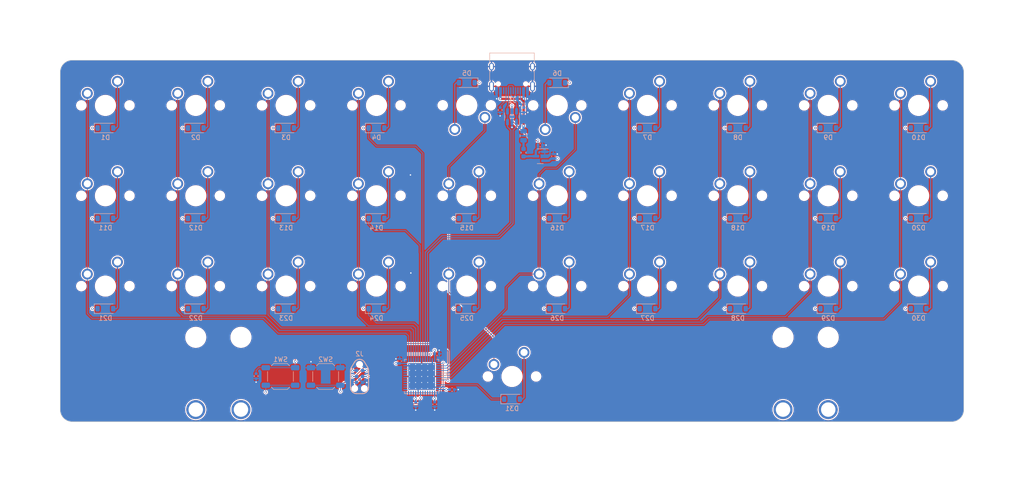
<source format=kicad_pcb>
(kicad_pcb (version 20221018) (generator pcbnew)
  (layers (0 "F.Cu" signal) (1 "In1.Cu" signal) (2 "In2.Cu" signal) (31 "B.Cu" signal) (34 "B.Paste" user) (35 "F.Paste" user) (36 "B.SilkS" user "B.Silkscreen") (37 "F.SilkS" user "F.Silkscreen") (38 "B.Mask" user) (39 "F.Mask" user) (44 "Edge.Cuts" user))
  (net 0 "")
  (net 1 "+3.3V")
  (net 2 "GND")
  (net 3 "/SWD")
  (net 4 "/~{RST}")
  (net 5 "/SWCLK")
  (net 7 "ROW0")
  (net 8 "Net-(D1-A)")
  (net 9 "ROW1")
  (net 10 "Net-(D2-A)")
  (net 11 "ROW2")
  (net 12 "Net-(D3-A)")
  (net 13 "ROW3")
  (net 14 "Net-(D4-A)")
  (net 15 "COLUMN0")
  (net 16 "Net-(D5-A)")
  (net 17 "COLUMN1")
  (net 18 "Net-(D6-A)")
  (net 19 "COLUMN2")
  (net 20 "Net-(D7-A)")
  (net 21 "COLUMN3")
  (net 22 "Net-(D8-A)")
  (net 23 "COLUMN4")
  (net 24 "Net-(D9-A)")
  (net 25 "COLUMN5")
  (net 26 "Net-(D10-A)")
  (net 27 "COLUMN6")
  (net 28 "Net-(D11-A)")
  (net 29 "COLUMN7")
  (net 30 "Net-(D12-A)")
  (net 31 "COLUMN8")
  (net 32 "Net-(D13-A)")
  (net 33 "COLUMN9")
  (net 34 "Net-(D14-A)")
  (net 35 "Net-(D15-A)")
  (net 36 "Net-(D16-A)")
  (net 37 "Net-(D17-A)")
  (net 38 "Net-(D18-A)")
  (net 39 "Net-(D19-A)")
  (net 40 "Net-(D20-A)")
  (net 41 "Net-(D21-A)")
  (net 42 "Net-(D22-A)")
  (net 43 "Net-(D23-A)")
  (net 44 "Net-(D24-A)")
  (net 45 "Net-(D25-A)")
  (net 46 "Net-(D26-A)")
  (net 47 "Net-(D27-A)")
  (net 48 "Net-(D28-A)")
  (net 49 "Net-(D29-A)")
  (net 50 "Net-(D30-A)")
  (net 51 "Net-(D31-A)")
  (net 70 "/D-")
  (net 71 "/D+")
  (net 72 "/BOOT0")
  (net 74 "VBUS")
  (net 75 "Net-(F1-Pad1)")
  (net 76 "Net-(F1-Pad2)")
  (net 77 "Net-(J1-CC1)")
  (net 79 "Net-(J1-CC2)")
  (footprint "PCM_marbastlib-mx:SW_MX_1u" (layer "F.Cu") (at 83.34375 59.53125)
    (fp_text reference "MX1" hide)
    (fp_text value "Key_None" hide)
  )
  (footprint "PCM_marbastlib-mx:SW_MX_1u" (layer "F.Cu") (at 216.69375 97.63125)
    (fp_text reference "MX28" hide)
    (fp_text value "Key_None" hide)
  )
  (footprint "PCM_marbastlib-mx:SW_MX_1u" (layer "F.Cu") (at 121.44375 78.58125)
    (fp_text reference "MX13" hide)
    (fp_text value "Key_None" hide)
  )
  (footprint "PCM_marbastlib-mx:SW_MX_1u" (layer "F.Cu") (at 140.49375 97.63125)
    (fp_text reference "MX24" hide)
    (fp_text value "Key_None" hide)
  )
  (footprint "PCM_marbastlib-mx:SW_MX_1u" (layer "F.Cu") (at 235.74375 59.53125)
    (fp_text reference "MX9" hide)
    (fp_text value "Key_None" hide)
  )
  (footprint "PCM_marbastlib-mx:SW_MX_1u" (layer "F.Cu") (at 102.39375 97.63125)
    (fp_text reference "MX22" hide)
    (fp_text value "Key_None" hide)
  )
  (footprint "PCM_marbastlib-mx:SW_MX_1u" (layer "F.Cu") (at 83.34375 78.58125)
    (fp_text reference "MX11" hide)
    (fp_text value "Key_None" hide)
  )
  (footprint "PCM_marbastlib-mx:SW_MX_1u" (layer "F.Cu") (at 102.39375 78.58125)
    (fp_text reference "MX12" hide)
    (fp_text value "Key_None" hide)
  )
  (footprint "PCM_marbastlib-mx:SW_MX_1u" (layer "F.Cu") (at 216.69375 59.53125)
    (fp_text reference "MX8" hide)
    (fp_text value "Key_None" hide)
  )
  (footprint "PCM_marbastlib-mx:SW_MX_1u" (layer "F.Cu") (at 169.06875 116.68125)
    (fp_text reference "MX31" hide)
    (fp_text value "Key_None" hide)
  )
  (footprint "PCM_marbastlib-mx:SW_MX_1u" (layer "F.Cu") (at 235.74375 78.58125)
    (fp_text reference "MX19" hide)
    (fp_text value "Key_None" hide)
  )
  (footprint "PCM_marbastlib-mx:SW_MX_1u" (layer "F.Cu") (at 159.54375 59.51125 180)
    (fp_text reference "MX5" hide)
    (fp_text value "Key_None" hide)
  )
  (footprint "PCM_marbastlib-mx:SW_MX_1u" (layer "F.Cu") (at 254.79375 59.53125)
    (fp_text reference "MX10" hide)
    (fp_text value "Key_None" hide)
  )
  (footprint "PCM_marbastlib-mx:SW_MX_1u" (layer "F.Cu") (at 216.69375 78.58125)
    (fp_text reference "MX18" hide)
    (fp_text value "Key_None" hide)
  )
  (footprint "PCM_marbastlib-mx:SW_MX_1u" (layer "F.Cu") (at 254.79375 97.63125)
    (fp_text reference "MX30" hide)
    (fp_text value "Key_None" hide)
  )
  (footprint "PCM_marbastlib-mx:SW_MX_1u" (layer "F.Cu") (at 121.44375 97.63125)
    (fp_text reference "MX23" hide)
    (fp_text value "Key_None" hide)
  )
  (footprint "PCM_marbastlib-mx:SW_MX_1u" (layer "F.Cu") (at 140.49375 78.58125)
    (fp_text reference "MX14" hide)
    (fp_text value "Key_None" hide)
  )
  (footprint "PCM_marbastlib-mx:SW_MX_1u" (layer "F.Cu") (at 178.59375 78.58125)
    (fp_text reference "MX16" hide)
    (fp_text value "Key_None" hide)
  )
  (footprint "PCM_marbastlib-mx:STAB_MX_P_10u" (layer "F.Cu") (at 169.06875 116.68125 180)
    (fp_text reference "STAB31" hide)
    (fp_text value "Stab_None")
  )
  (footprint "PCM_marbastlib-mx:SW_MX_1u" (layer "F.Cu") (at 159.54375 97.63125)
    (fp_text reference "MX25" hide)
    (fp_text value "Key_None" hide)
  )
  (footprint "PCM_marbastlib-mx:SW_MX_1u" (layer "F.Cu") (at 235.74375 97.63125)
    (fp_text reference "MX29" hide)
    (fp_text value "Key_None" hide)
  )
  (footprint "PCM_marbastlib-mx:SW_MX_1u" (layer "F.Cu") (at 102.39375 59.53125)
    (fp_text reference "MX2" hide)
    (fp_text value "Key_None" hide)
  )
  (footprint "PCM_marbastlib-mx:SW_MX_1u" (layer "F.Cu") (at 197.64375 59.53125)
    (fp_text reference "MX7" hide)
    (fp_text value "Key_None" hide)
  )
  (footprint "PCM_marbastlib-mx:SW_MX_1u" (layer "F.Cu") (at 254.79375 78.58125)
    (fp_text reference "MX20" hide)
    (fp_text value "Key_None" hide)
  )
  (footprint "PCM_marbastlib-mx:SW_MX_1u" (layer "F.Cu") (at 197.64375 78.58125)
    (fp_text reference "MX17" hide)
    (fp_text value "Key_None" hide)
  )
  (footprint "PCM_marbastlib-mx:SW_MX_1u" (layer "F.Cu") (at 159.54375 78.58125)
    (fp_text reference "MX15" hide)
    (fp_text value "Key_None" hide)
  )
  (footprint "PCM_marbastlib-mx:SW_MX_1u" (layer "F.Cu") (at 83.34375 97.63125)
    (fp_text reference "MX21" hide)
    (fp_text value "Key_None" hide)
  )
  (footprint "PCM_marbastlib-mx:SW_MX_1u" (layer "F.Cu") (at 178.61375 59.53125 180)
    (fp_text reference "MX6" hide)
    (fp_text value "Key_None" hide)
  )
  (footprint "PCM_marbastlib-mx:SW_MX_1u" (layer "F.Cu") (at 197.64375 97.63125)
    (fp_text reference "MX27" hide)
    (fp_text value "Key_None" hide)
  )
  (footprint "PCM_marbastlib-mx:SW_MX_1u" (layer "F.Cu") (at 140.49375 59.53125)
    (fp_text reference "MX4" hide)
    (fp_text value "Key_None" hide)
  )
  (footprint "PCM_marbastlib-mx:SW_MX_1u" (layer "F.Cu") (at 178.59375 97.63125)
    (fp_text reference "MX26" hide)
    (fp_text value "Key_None" hide)
  )
  (footprint "PCM_marbastlib-mx:SW_MX_1u" (layer "F.Cu") (at 121.44375 59.53125)
    (fp_text reference "MX3" hide)
    (fp_text value "Key_None" hide)
  )
  (footprint "Package_DFN_QFN:QFN-48-1EP_7x7mm_P0.5mm_EP5.6x5.6mm_ThermalVias" (layer "B.Cu") (at 150.01875 116.68125 90)
    (fp_text reference "U1")
    (fp_text value "STM32L443CCUx")
  )
  (footprint "Diode_SMD:D_SOD-123" (layer "B.Cu") (at 83.34375 83.34375)
    (fp_text reference "D11")
    (fp_text value "D_Small")
  )
  (footprint "PCM_marbastlib-various:SW_SPST_SKQG_WithStem" (layer "B.Cu") (at 129.778125 116.68125 180)
    (fp_text reference "SW2")
    (fp_text value "SW_Push")
  )
  (footprint "Diode_SMD:D_SOD-123" (layer "B.Cu") (at 254.79375 83.34375)
    (fp_text reference "D20")
    (fp_text value "D_Small")
  )
  (footprint "Diode_SMD:D_SOD-123" (layer "B.Cu") (at 159.54375 83.34375)
    (fp_text reference "D15")
    (fp_text value "D_Small")
  )
  (footprint "Diode_SMD:D_SOD-123" (layer "B.Cu") (at 140.49375 102.39375)
    (fp_text reference "D24")
    (fp_text value "D_Small")
  )
  (footprint "Diode_SMD:D_SOD-123" (layer "B.Cu") (at 178.61375 54.76875 180)
    (fp_text reference "D6")
    (fp_text value "D_Small")
  )
  (footprint "Diode_SMD:D_SOD-123" (layer "B.Cu") (at 83.34375 64.29375)
    (fp_text reference "D1")
    (fp_text value "D_Small")
  )
  (footprint "Diode_SMD:D_SOD-123" (layer "B.Cu") (at 169.06875 121.44375)
    (fp_text reference "D31")
    (fp_text value "D_Small")
  )
  (footprint "Resistor_SMD:R_0402_1005Metric" (layer "B.Cu") (at 166.56875 60.5 -90)
    (fp_text reference "R1" hide)
    (fp_text value "5.1k")
  )
  (footprint "Diode_SMD:D_SOD-123" (layer "B.Cu") (at 235.74375 102.39375)
    (fp_text reference "D29")
    (fp_text value "D_Small")
  )
  (footprint "Diode_SMD:D_SOD-123" (layer "B.Cu") (at 178.59375 83.34375)
    (fp_text reference "D16")
    (fp_text value "D_Small")
  )
  (footprint "PCM_marbastlib-various:SW_SPST_SKQG_WithStem" (layer "B.Cu") (at 120.253125 116.68125 180)
    (fp_text reference "SW1")
    (fp_text value "SW_Push")
  )
  (footprint "Inductor_SMD:L_0603_1608Metric" (layer "B.Cu") (at 171.5 69.5 -90)
    (fp_text reference "FB1" hide)
    (fp_text value "100R @ 100 MHz")
  )
  (footprint "Diode_SMD:D_SOD-123" (layer "B.Cu") (at 102.39375 83.34375)
    (fp_text reference "D12")
    (fp_text value "D_Small")
  )
  (footprint "Diode_SMD:D_SOD-123" (layer "B.Cu") (at 102.39375 102.39375)
    (fp_text reference "D22")
    (fp_text value "D_Small")
  )
  (footprint "Diode_SMD:D_SOD-123" (layer "B.Cu") (at 235.74375 83.34375)
    (fp_text reference "D19")
    (fp_text value "D_Small")
  )
  (footprint "Diode_SMD:D_SOD-123" (layer "B.Cu") (at 254.79375 102.39375)
    (fp_text reference "D30")
    (fp_text value "D_Small")
  )
  (footprint "Diode_SMD:D_SOD-123" (layer "B.Cu") (at 121.44375 102.39375)
    (fp_text reference "D23")
    (fp_text value "D_Small")
  )
  (footprint "Diode_SMD:D_SOD-123" (layer "B.Cu") (at 159.54375 54.74875 180)
    (fp_text reference "D5")
    (fp_text value "D_Small")
  )
  (footprint "Diode_SMD:D_SOD-123" (layer "B.Cu") (at 121.44375 83.34375)
    (fp_text reference "D13")
    (fp_text value "D_Small")
  )
  (footprint "Diode_SMD:D_SOD-123" (layer "B.Cu") (at 197.64375 102.39375)
    (fp_text reference "D27")
    (fp_text value "D_Small")
  )
  (footprint "Diode_SMD:D_SOD-123" (layer "B.Cu") (at 216.69375 83.34375)
    (fp_text reference "D18")
    (fp_text value "D_Small")
  )
  (footprint "Capacitor_SMD:C_0402_1005Metric" (layer "B.Cu") (at 153.24875 111.90625)
    (fp_text reference "C3" hide)
    (fp_text value "4.7u")
  )
  (footprint "Package_TO_SOT_SMD:SOT-23-6" (layer "B.Cu") (at 169.06875 61.9125 90)
    (fp_text reference "U2" hide)
    (fp_text value "USBLC6-2SC6")
  )
  (footprint "Diode_SMD:D_SOD-123" (layer "B.Cu") (at 140.49375 64.29375)
    (fp_text reference "D4")
    (fp_text value "D_Small")
  )
  (footprint "Diode_SMD:D_SOD-123" (layer "B.Cu") (at 159.54375 102.39375)
    (fp_text reference "D25")
    (fp_text value "D_Small")
  )
  (footprint "Diode_SMD:D_SOD-123" (layer "B.Cu") (at 254.79375 64.29375)
    (fp_text reference "D10")
    (fp_text value "D_Small")
  )
  (footprint "Capacitor_SMD:C_0402_1005Metric" (layer "B.Cu") (at 148.76875 122.55625 -90)
    (fp_text reference "C6" hide)
    (fp_text value "100n")
  )
  (footprint "Capacitor_SMD:C_0402_1005Metric" (layer "B.Cu") (at 145.37875 113.44625 90)
    (fp_text reference "C5" hide)
    (fp_text value "100n")
  )
  (footprint "Diode_SMD:D_SOD-123" (layer "B.Cu") (at 140.49375 83.34375)
    (fp_text reference "D14")
    (fp_text value "D_Small")
  )
  (footprint "Package_TO_SOT_SMD:SOT-23" (layer "B.Cu") (at 175.021875 70.246875 180)
    (fp_text reference "U3" hide)
    (fp_text value "AP2127N-3.3")
  )
  (footprint "Capacitor_SMD:C_0402_1005Metric" (layer "B.Cu") (at 152.76875 122.55625 -90)
    (fp_text reference "C7" hide)
    (fp_text value "100n")
  )
  (footprint "Capacitor_SMD:C_0402_1005Metric" (layer "B.Cu") (at 175.01875 67.90625)
    (fp_text reference "C2" hide)
    (fp_text value "1u")
  )
  (footprint "Capacitor_SMD:C_0402_1005Metric" (layer "B.Cu") (at 156.42875 119.43625)
    (fp_text reference "C4" hide)
    (fp_text value "100n")
  )
  (footprint "Diode_SMD:D_SOD-123" (layer "B.Cu") (at 178.59375 102.39375)
    (fp_text reference "D26")
    (fp_text value "D_Small")
  )
  (footprint "Fuse:Fuse_0805_2012Metric" (layer "B.Cu") (at 171.5 65.9375 -90)
    (fp_text reference "F1" hide)
    (fp_text value "500mA")
  )
  (footprint "Diode_SMD:D_SOD-123" (layer "B.Cu") (at 216.69375 64.29375)
    (fp_text reference "D8")
    (fp_text value "D_Small")
  )
  (footprint "Resistor_SMD:R_0402_1005Metric" (layer "B.Cu") (at 115.115625 116.60625 -90)
    (fp_text reference "R3" hide)
    (fp_text value "10k")
  )
  (footprint "Diode_SMD:D_SOD-123" (layer "B.Cu") (at 197.64375 83.34375)
    (fp_text reference "D17")
    (fp_text value "D_Small")
  )
  (footprint "Connector_USB:USB_C_Receptacle_HRO_TYPE-C-31-M-12" (layer "B.Cu") (at 169.06875 52.3875)
    (fp_text reference "J1")
    (fp_text value "USB_C_Receptacle_USB2.0")
  )
  (footprint "Diode_SMD:D_SOD-123" (layer "B.Cu") (at 235.74375 64.29375)
    (fp_text reference "D9")
    (fp_text value "D_Small")
  )
  (footprint "Diode_SMD:D_SOD-123" (layer "B.Cu") (at 197.64375 64.29375)
    (fp_text reference "D7")
    (fp_text value "D_Small")
  )
  (footprint "Capacitor_SMD:C_0402_1005Metric" (layer "B.Cu") (at 177.78875 70.24625 90)
    (fp_text reference "C1" hide)
    (fp_text value "1u")
  )
  (footprint "Diode_SMD:D_SOD-123" (layer "B.Cu") (at 121.44375 64.29375)
    (fp_text reference "D3")
    (fp_text value "D_Small")
  )
  (footprint "Diode_SMD:D_SOD-123" (layer "B.Cu") (at 216.69375 102.39375)
    (fp_text reference "D28")
    (fp_text value "D_Small")
  )
  (footprint "Diode_SMD:D_SOD-123" (layer "B.Cu") (at 83.34375 102.39375)
    (fp_text reference "D21")
    (fp_text value "D_Small")
  )
  (footprint "PCM_marbastlib-various:CON_TC2030_outlined" (layer "B.Cu") (at 136.921875 116.68125 -90)
    (fp_text reference "J2")
    (fp_text value "TC2030_SWD")
  )
  (footprint "Diode_SMD:D_SOD-123" (layer "B.Cu") (at 102.39375 64.29375)
    (fp_text reference "D2")
    (fp_text value "D_Small")
  )
  (footprint "Resistor_SMD:R_0402_1005Metric" (layer "B.Cu") (at 171.56875 60.5 -90)
    (fp_text reference "R2" hide)
    (fp_text value "5.1k")
  )
  (gr_line (start 76.31875 50.00625) (end 261.81875 50.00625) (stroke (width 0.1)) (layer "Edge.Cuts"))
  (gr_line (start 261.81875 126.20625) (end 76.31875 126.20625) (stroke (width 0.1)) (layer "Edge.Cuts"))
  (gr_line (start 264.31875 52.50625) (end 264.31875 123.70625) (stroke (width 0.1)) (layer "Edge.Cuts"))
  (gr_line (start 73.81875 123.70625) (end 73.81875 52.50625) (stroke (width 0.1)) (layer "Edge.Cuts"))
  (gr_arc (start 261.81875 50.00625) (mid 263.586532 50.738468) (end 264.31875 52.50625) (stroke (width 0.1)) (layer "Edge.Cuts"))
  (gr_arc (start 264.31875 123.70625) (mid 263.586517 125.474017) (end 261.81875 126.20625) (stroke (width 0.1)) (layer "Edge.Cuts"))
  (gr_arc (start 73.81875 52.50625) (mid 74.550968 50.738468) (end 76.31875 50.00625) (stroke (width 0.1)) (layer "Edge.Cuts"))
  (gr_arc (start 76.31875 126.20625) (mid 74.550983 125.474017) (end 73.81875 123.70625) (stroke (width 0.1)) (layer "Edge.Cuts"))
  (via (at 155.19875 119.43625) (size 0.5) (drill 0.3) (layers "F.Cu" "B.Cu") (net 1))
  (via (at 152.76875 111.14625) (size 0.5) (drill 0.3) (layers "F.Cu" "B.Cu") (net 1))
  (via (at 117.14875 119.98625) (size 0.5) (drill 0.3) (layers "F.Cu" "B.Cu") (net 1))
  (via (at 148.76875 121.33625) (size 0.5) (drill 0.3) (layers "F.Cu" "B.Cu") (net 1))
  (via (at 178.63875 70.72625) (size 0.5) (drill 0.3) (layers "F.Cu" "B.Cu") (net 1))
  (via (at 152.76875 121.32625) (size 0.5) (drill 0.3) (layers "F.Cu" "B.Cu") (net 1))
  (via (at 138.445625 115.41625) (size 0.5) (drill 0.3) (layers "F.Cu" "B.Cu") (net 1))
  (via (at 144.60875 113.92625) (size 0.5) (drill 0.3) (layers "F.Cu" "B.Cu") (net 1))
  (segment (start 177.78875 70.72625) (end 177.32875 70.72625) (width 0.5) (layer "B.Cu") (net 1))
  (segment (start 155.19875 119.43625) (end 155.94875 119.43625) (width 0.25) (layer "B.Cu") (net 1))
  (segment (start 155.19375 119.43125) (end 153.45625 119.43125) (width 0.25) (layer "B.Cu") (net 1))
  (segment (start 148.76875 122.07625) (end 148.76875 121.33625) (width 0.25) (layer "B.Cu") (net 1))
  (segment (start 137.556875 115.41125) (end 138.440625 115.41125) (width 0.25) (layer "B.Cu") (net 1))
  (segment (start 155.19875 119.43625) (end 155.19375 119.43125) (width 0.25) (layer "B.Cu") (net 1))
  (segment (start 117.153125 118.53125) (end 123.353125 118.53125) (width 0.15) (layer "B.Cu") (net 1))
  (segment (start 177.32875 70.72625) (end 176.858125 71.196875) (width 0.5) (layer "B.Cu") (net 1))
  (segment (start 117.153125 118.53125) (end 117.153125 119.981875) (width 0.15) (layer "B.Cu") (net 1))
  (segment (start 145.37875 113.92625) (end 144.60875 113.92625) (width 0.5) (layer "B.Cu") (net 1))
  (segment (start 148.76875 121.33625) (end 148.76875 120.11875) (width 0.25) (layer "B.Cu") (net 1))
  (segment (start 152.76875 111.90625) (end 152.76875 111.14625) (width 0.25) (layer "B.Cu") (net 1))
  (segment (start 176.858125 71.196875) (end 175.959375 71.196875) (width 0.5) (layer "B.Cu") (net 1))
  (segment (start 146.58125 113.93125) (end 145.38375 113.93125) (width 0.25) (layer "B.Cu") (net 1))
  (segment (start 117.153125 119.981875) (end 117.14875 119.98625) (width 0.15) (layer "B.Cu") (net 1))
  (segment (start 152.76875 113.24375) (end 152.76875 111.90625) (width 0.25) (layer "B.Cu") (net 1))
  (segment (start 145.38375 113.93125) (end 145.37875 113.92625) (width 0.25) (layer "B.Cu") (net 1))
  (segment (start 177.78875 70.72625) (end 178.63875 70.72625) (width 0.5) (layer "B.Cu") (net 1))
  (segment (start 152.76875 122.07625) (end 152.76875 120.11875) (width 0.25) (layer "B.Cu") (net 1))
  (via (at 148.76875 123.77625) (size 0.5) (drill 0.3) (layers "F.Cu" "B.Cu") (net 2))
  (via (at 144.58875 112.96625) (size 0.5) (drill 0.3) (layers "F.Cu" "B.Cu") (net 2))
  (via (at 138.445625 117.95625) (size 0.5) (drill 0.3) (layers "F.Cu" "B.Cu") (net 2))
  (via (at 153.72875 111.14625) (size 0.5) (drill 0.3) (layers "F.Cu" "B.Cu") (net 2))
  (via (at 157.73875 119.43625) (size 0.5) (drill 0.3) (layers "F.Cu" "B.Cu") (net 2))
  (via (at 152.76875 123.76625) (size 0.5) (drill 0.3) (layers "F.Cu" "B.Cu") (net 2))
  (via (at 126.67875 113.57625) (size 0.5) (drill 0.3) (layers "F.Cu" "B.Cu") (net 2))
  (via (at 178.62875 69.77625) (size 0.5) (drill 0.3) (layers "F.Cu" "B.Cu") (net 2))
  (via (at 169.06875 64.15625) (size 0.5) (drill 0.3) (layers "F.Cu" "B.Cu") (net 2))
  (via (at 115.11875 117.87625) (size 0.5) (drill 0.3) (layers "F.Cu" "B.Cu") (net 2))
  (via (at 147.65875 74.19625) (size 0.5) (drill 0.3) (layers "F.Cu" "B.Cu") (net 2))
  (via (at 176.24875 67.89625) (size 0.5) (drill 0.3) (layers "F.Cu" "B.Cu") (net 2))
  (via (at 166.56875 61.73625) (size 0.5) (drill 0.3) (layers "F.Cu" "B.Cu") (net 2))
  (via (at 172.40875 61.00625) (size 0.5) (drill 0.3) (layers "F.Cu" "B.Cu") (net 2))
  (via (at 170.68875 59.59625) (size 0.5) (drill 0.3) (layers "F.Cu" "B.Cu") (net 2))
  (via (at 147.73875 94.86625) (size 0.5) (drill 0.3) (layers "F.Cu" "B.Cu") (net 2))
  (via (at 172.31875 58.13625) (size 0.5) (drill 0.3) (layers "F.Cu" "B.Cu") (net 2))
  (via (at 165.82875 58.13625) (size 0.5) (drill 0.3) (layers "F.Cu" "B.Cu") (net 2))
  (segment (start 152.26875 114.43125) (end 150.01875 116.68125) (width 0.25) (layer "B.Cu") (net 2))
  (segment (start 175.49875 68.37625) (end 175.49875 67.90625) (width 0.5) (layer "B.Cu") (net 2))
  (segment (start 126.678125 114.83125) (end 126.678125 113.576875) (width 0.15) (layer "B.Cu") (net 2))
  (segment (start 166.56875 61.01) (end 166.56875 61.73625) (width 0.15) (layer "B.Cu") (net 2))
  (segment (start 149.26875 120.11875) (end 149.26875 117.43125) (width 0.25) (layer "B.Cu") (net 2))
  (segment (start 149.26875 117.43125) (end 150.01875 116.68125) (width 0.25) (layer "B.Cu") (net 2))
  (segment (start 152.26875 118.93125) (end 150.01875 116.68125) (width 0.15) (layer "B.Cu") (net 2))
  (segment (start 153.45625 118.93125) (end 152.26875 118.93125) (width 0.15) (layer "B.Cu") (net 2))
  (segment (start 126.678125 113.576875) (end 126.67875 113.57625) (width 0.15) (layer "B.Cu") (net 2))
  (segment (start 115.115625 117.873125) (end 115.11875 117.87625) (width 0.15) (layer "B.Cu") (net 2))
  (segment (start 152.26875 113.24375) (end 152.26875 114.43125) (width 0.25) (layer "B.Cu") (net 2))
  (segment (start 148.76875 123.03625) (end 148.76875 123.77625) (width 0.25) (layer "B.Cu") (net 2))
  (segment (start 172.405 61.01) (end 172.40875 61.00625) (width 0.15) (layer "B.Cu") (net 2))
  (segment (start 175.959375 68.836875) (end 175.49875 68.37625) (width 0.5) (layer "B.Cu") (net 2))
  (segment (start 177.78875 69.76625) (end 178.61875 69.76625) (width 0.5) (layer "B.Cu") (net 2))
  (segment (start 147.76875 114.43125) (end 150.01875 116.68125) (width 0.25) (layer "B.Cu") (net 2))
  (segment (start 175.49875 67.90625) (end 176.23875 67.90625) (width 0.5) (layer "B.Cu") (net 2))
  (segment (start 178.61875 69.76625) (end 178.62875 69.77625) (width 0.5) (layer "B.Cu") (net 2))
  (segment (start 156.90875 119.43625) (end 157.73875 119.43625) (width 0.25) (layer "B.Cu") (net 2))
  (segment (start 126.678125 114.83125) (end 132.878125 114.83125) (width 0.15) (layer "B.Cu") (net 2))
  (segment (start 153.72875 111.90625) (end 153.72875 111.14625) (width 0.25) (layer "B.Cu") (net 2))
  (segment (start 171.56875 61.01) (end 172.405 61.01) (width 0.15) (layer "B.Cu") (net 2))
  (segment (start 165.81875 56.4325) (end 165.81875 58.12625) (width 0.5) (layer "B.Cu") (net 2))
  (segment (start 146.58125 114.43125) (end 147.76875 114.43125) (width 0.25) (layer "B.Cu") (net 2))
  (segment (start 176.23875 67.90625) (end 176.24875 67.89625) (width 0.5) (layer "B.Cu") (net 2))
  (segment (start 115.115625 117.11625) (end 115.115625 117.873125) (width 0.15) (layer "B.Cu") (net 2))
  (segment (start 175.959375 69.296875) (end 175.959375 68.836875) (width 0.5) (layer "B.Cu") (net 2))
  (segment (start 145.37875 112.96625) (end 144.58875 112.96625) (width 0.25) (layer "B.Cu") (net 2))
  (segment (start 172.31875 56.4325) (end 172.31875 58.13625) (width 0.5) (layer "B.Cu") (net 2))
  (segment (start 152.76875 123.03625) (end 152.76875 123.76625) (width 0.25) (layer "B.Cu") (net 2))
  (segment (start 165.81875 58.12625) (end 165.82875 58.13625) (width 0.5) (layer "B.Cu") (net 2))
  (segment (start 137.556875 117.95125) (end 138.440625 117.95125) (width 0.25) (layer "B.Cu") (net 2))
  (segment (start 169.06875 63.05) (end 169.06875 64.15625) (width 0.15) (layer "B.Cu") (net 2))
  (segment (start 151.89875 111.94625) (end 136.78875 111.94625) (width 0.15) (layer "F.Cu") (net 3))
  (segment (start 136.78875 111.94625) (end 135.405625 113.329375) (width 0.15) (layer "F.Cu") (net 3))
  (segment (start 135.405625 113.329375) (end 135.405625 115.41625) (width 0.15) (layer "F.Cu") (net 3))
  (via (at 151.89875 111.94625) (size 0.5) (drill 0.3) (layers "F.Cu" "B.Cu") (net 3))
  (via (at 135.405625 115.41625) (size 0.5) (drill 0.3) (layers "F.Cu" "B.Cu") (net 3))
  (segment (start 151.76875 112.07625) (end 151.89875 111.94625) (width 0.15) (layer "B.Cu") (net 3))
  (segment (start 151.76875 113.24375) (end 151.76875 112.07625) (width 0.15) (layer "B.Cu") (net 3))
  (segment (start 136.286875 115.41125) (end 135.410625 115.41125) (width 0.25) (layer "B.Cu") (net 3))
  (segment (start 133.69875 117.93625) (end 132.87875 118.75625) (width 0.15) (layer "F.Cu") (net 4))
  (segment (start 149.76875 121.21625) (end 149.76875 122.06625) (width 0.15) (layer "F.Cu") (net 4))
  (segment (start 137.49875 116.68625) (end 136.24875 117.93625) (width 0.15) (layer "F.Cu") (net 4))
  (segment (start 138.59875 116.68625) (end 137.49875 116.68625) (width 0.15) (layer "F.Cu") (net 4))
  (segment (start 132.87875 118.75625) (end 132.87875 119.84625) (width 0.15) (layer "F.Cu") (net 4))
  (segment (start 145.60875 122.40625) (end 139.88875 116.68625) (width 0.15) (layer "F.Cu") (net 4))
  (segment (start 136.24875 117.93625) (end 133.69875 117.93625) (width 0.15) (layer "F.Cu") (net 4))
  (segment (start 149.42875 122.40625) (end 145.60875 122.40625) (width 0.15) (layer "F.Cu") (net 4))
  (segment (start 149.76875 122.06625) (end 149.42875 122.40625) (width 0.15) (layer "F.Cu") (net 4))
  (segment (start 139.88875 116.68625) (end 138.59875 116.68625) (width 0.15) (layer "F.Cu") (net 4))
  (via (at 138.59875 116.68625) (size 0.5) (drill 0.3) (layers "F.Cu" "B.Cu") (net 4))
  (via (at 132.87875 119.84625) (size 0.5) (drill 0.3) (layers "F.Cu" "B.Cu") (net 4))
  (via (at 149.76875 121.21625) (size 0.5) (drill 0.3) (layers "F.Cu" "B.Cu") (net 4))
  (segment (start 126.678125 118.53125) (end 132.878125 118.53125) (width 0.15) (layer "B.Cu") (net 4))
  (segment (start 137.556875 116.68125) (end 138.59375 116.68125) (width 0.15) (layer "B.Cu") (net 4))
  (segment (start 138.59375 116.68125) (end 138.59875 116.68625) (width 0.15) (layer "B.Cu") (net 4))
  (segment (start 132.878125 118.53125) (end 132.878125 119.845625) (width 0.15) (layer "B.Cu") (net 4))
  (segment (start 149.76875 120.11875) (end 149.76875 121.21625) (width 0.15) (layer "B.Cu") (net 4))
  (segment (start 132.878125 119.845625) (end 132.87875 119.84625) (width 0.15) (layer "B.Cu") (net 4))
  (segment (start 153.96875 119.26625) (end 153.96875 119.77625) (width 0.15) (layer "F.Cu") (net 5))
  (segment (start 153.60875 120.13625) (end 145.61875 120.13625) (width 0.15) (layer "F.Cu") (net 5))
  (segment (start 145.61875 120.13625) (end 141.14875 115.66625) (width 0.15) (layer "F.Cu") (net 5))
  (segment (start 135.96875 116.67625) (end 135.39875 116.67625) (width 0.15) (layer "F.Cu") (net 5))
  (segment (start 153.96875 119.77625) (end 153.60875 120.13625) (width 0.15) (layer "F.Cu") (net 5))
  (segment (start 154.55875 113.84625) (end 154.55875 118.67625) (width 0.15) (layer "F.Cu") (net 5))
  (segment (start 141.14875 115.66625) (end 141.14875 114.74625) (width 0.15) (layer "F.Cu") (net 5))
  (segment (start 138.71875 113.92625) (end 135.96875 116.67625) (width 0.15) (layer "F.Cu") (net 5))
  (segment (start 141.14875 114.74625) (end 140.32875 113.92625) (width 0.15) (layer "F.Cu") (net 5))
  (segment (start 154.55875 118.67625) (end 153.96875 119.26625) (width 0.15) (layer "F.Cu") (net 5))
  (segment (start 140.32875 113.92625) (end 138.71875 113.92625) (width 0.15) (layer "F.Cu") (net 5))
  (via (at 154.55875 113.84625) (size 0.5) (drill 0.3) (layers "F.Cu" "B.Cu") (net 5))
  (via (at 135.39875 116.67625) (size 0.5) (drill 0.3) (layers "F.Cu" "B.Cu") (net 5))
  (segment (start 154.47375 113.93125) (end 154.55875 113.84625) (width 0.15) (layer "B.Cu") (net 5))
  (segment (start 135.40375 116.68125) (end 135.39875 116.67625) (width 0.15) (layer "B.Cu") (net 5))
  (segment (start 153.45625 113.93125) (end 154.47375 113.93125) (width 0.15) (layer "B.Cu") (net 5))
  (segment (start 136.286875 116.68125) (end 135.40375 116.68125) (width 0.15) (layer "B.Cu") (net 5))
  (via (at 252.03875 64.29625) (size 0.5) (drill 0.3) (layers "F.Cu" "B.Cu") (net 7))
  (via (at 137.73875 64.29625) (size 0.5) (drill 0.3) (layers "F.Cu" "B.Cu") (net 7))
  (via (at 99.63875 64.29625) (size 0.5) (drill 0.3) (layers "F.Cu" "B.Cu") (net 7))
  (via (at 194.88875 64.29625) (size 0.5) (drill 0.3) (layers "F.Cu" "B.Cu") (net 7))
  (via (at 213.93875 64.29625) (size 0.5) (drill 0.3) (layers "F.Cu" "B.Cu") (net 7))
  (via (at 118.68875 64.29625) (size 0.5) (drill 0.3) (layers "F.Cu" "B.Cu") (net 7))
  (via (at 181.22875 54.76625) (size 0.5) (drill 0.3) (layers "F.Cu" "B.Cu") (net 7))
  (via (at 80.58875 64.29625) (size 0.5) (drill 0.3) (layers "F.Cu" "B.Cu") (net 7))
  (via (at 162.16875 54.74625) (size 0.5) (drill 0.3) (layers "F.Cu" "B.Cu") (net 7))
  (via (at 232.98875 64.29625) (size 0.5) (drill 0.3) (layers "F.Cu" "B.Cu") (net 7))
  (segment (start 100.74375 64.29375) (end 99.64125 64.29375) (width 0.15) (layer "B.Cu") (net 7))
  (segment (start 138.84375 64.29375) (end 137.74125 64.29375) (width 0.15) (layer "B.Cu") (net 7))
  (segment (start 140.48875 68.11625) (end 138.84375 66.47125) (width 0.15) (layer "B.Cu") (net 7))
  (segment (start 180.26375 54.76875) (end 181.22625 54.76875) (width 0.15) (layer "B.Cu") (net 7))
  (segment (start 161.19375 54.74875) (end 162.16625 54.74875) (width 0.15) (layer "B.Cu") (net 7))
  (segment (start 234.09375 64.29375) (end 232.99125 64.29375) (width 0.15) (layer "B.Cu") (net 7))
  (segment (start 148.72875 68.11625) (end 140.48875 68.11625) (width 0.15) (layer "B.Cu") (net 7))
  (segment (start 162.16625 54.74875) (end 162.16875 54.74625) (width 0.15) (layer "B.Cu") (net 7))
  (segment (start 181.22625 54.76875) (end 181.22875 54.76625) (width 0.15) (layer "B.Cu") (net 7))
  (segment (start 253.14375 64.29375) (end 252.04125 64.29375) (width 0.15) (layer "B.Cu") (net 7))
  (segment (start 81.69375 64.29375) (end 80.59125 64.29375) (width 0.15) (layer "B.Cu") (net 7))
  (segment (start 138.84375 66.47125) (end 138.84375 64.29375) (width 0.15) (layer "B.Cu") (net 7))
  (segment (start 119.79375 64.29375) (end 118.69125 64.29375) (width 0.15) (layer "B.Cu") (net 7))
  (segment (start 215.04375 64.29375) (end 213.94125 64.29375) (width 0.15) (layer "B.Cu") (net 7))
  (segment (start 80.59125 64.29375) (end 80.58875 64.29625) (width 0.15) (layer "B.Cu") (net 7))
  (segment (start 195.99375 64.29375) (end 194.89125 64.29375) (width 0.15) (layer "B.Cu") (net 7))
  (segment (start 150.26875 113.24375) (end 150.26875 69.65625) (width 0.15) (layer "B.Cu") (net 7))
  (segment (start 150.26875 69.65625) (end 148.72875 68.11625) (width 0.15) (layer "B.Cu") (net 7))
  (segment (start 85.57125 64.29375) (end 84.99375 64.29375) (width 0.25) (layer "B.Cu") (net 8))
  (segment (start 85.88375 63.98125) (end 85.57125 64.29375) (width 0.25) (layer "B.Cu") (net 8))
  (segment (start 85.88375 54.45125) (end 85.88375 63.98125) (width 0.25) (layer "B.Cu") (net 8))
  (via (at 156.78875 83.34625) (size 0.5) (drill 0.3) (layers "F.Cu" "B.Cu") (net 9))
  (via (at 137.73875 83.34625) (size 0.5) (drill 0.3) (layers "F.Cu" "B.Cu") (net 9))
  (via (at 232.98875 83.34625) (size 0.5) (drill 0.3) (layers "F.Cu" "B.Cu") (net 9))
  (via (at 194.88875 83.34625) (size 0.5) (drill 0.3) (layers "F.Cu" "B.Cu") (net 9))
  (via (at 252.03875 83.34625) (size 0.5) (drill 0.3) (layers "F.Cu" "B.Cu") (net 9))
  (via (at 99.63875 83.34625) (size 0.5) (drill 0.3) (layers "F.Cu" "B.Cu") (net 9))
  (via (at 80.58875 83.34625) (size 0.5) (drill 0.3) (layers "F.Cu" "B.Cu") (net 9))
  (via (at 213.93875 83.34625) (size 0.5) (drill 0.3) (layers "F.Cu" "B.Cu") (net 9))
  (via (at 118.68875 83.34625) (size 0.5) (drill 0.3) (layers "F.Cu" "B.Cu") (net 9))
  (via (at 175.83875 83.34625) (size 0.5) (drill 0.3) (layers "F.Cu" "B.Cu") (net 9))
  (segment (start 149.70875 89.03625) (end 149.70875 90.53625) (width 0.15) (layer "B.Cu") (net 9))
  (segment (start 157.89375 83.34375) (end 156.79125 83.34375) (width 0.15) (layer "B.Cu") (net 9))
  (segment (start 146.59875 85.92625) (end 149.70875 89.03625) (width 0.15) (layer "B.Cu") (net 9))
  (segment (start 215.04375 83.34375) (end 213.94125 83.34375) (width 0.15) (layer "B.Cu") (net 9))
  (segment (start 140.16875 85.92625) (end 146.59875 85.92625) (width 0.15) (layer "B.Cu") (net 9))
  (segment (start 234.09375 83.34375) (end 232.99125 83.34375) (width 0.15) (layer "B.Cu") (net 9))
  (segment (start 138.84375 84.60125) (end 140.16875 85.92625) (width 0.15) (layer "B.Cu") (net 9))
  (segment (start 119.79375 83.34375) (end 118.69125 83.34375) (width 0.15) (layer "B.Cu") (net 9))
  (segment (start 149.76875 90.59625) (end 149.76875 113.24375) (width 0.15) (layer "B.Cu") (net 9))
  (segment (start 138.84375 83.34375) (end 138.84375 84.60125) (width 0.15) (layer "B.Cu") (net 9))
  (segment (start 195.99375 83.34375) (end 194.89125 83.34375) (width 0.15) (layer "B.Cu") (net 9))
  (segment (start 253.14375 83.34375) (end 252.04125 83.34375) (width 0.15) (layer "B.Cu") (net 9))
  (segment (start 176.94375 83.34375) (end 175.84125 83.34375) (width 0.15) (layer "B.Cu") (net 9))
  (segment (start 81.69375 83.34375) (end 80.59125 83.34375) (width 0.15) (layer "B.Cu") (net 9))
  (segment (start 149.70875 90.53625) (end 149.76875 90.59625) (width 0.15) (layer "B.Cu") (net 9))
  (segment (start 138.84375 83.34375) (end 137.74125 83.34375) (width 0.15) (layer "B.Cu") (net 9))
  (segment (start 100.74375 83.34375) (end 99.64125 83.34375) (width 0.15) (layer "B.Cu") (net 9))
  (segment (start 104.62125 64.29375) (end 104.04375 64.29375) (width 0.25) (layer "B.Cu") (net 10))
  (segment (start 104.93375 54.45125) (end 104.93375 63.98125) (width 0.25) (layer "B.Cu") (net 10))
  (segment (start 104.93375 63.98125) (end 104.62125 64.29375) (width 0.25) (layer "B.Cu") (net 10))
  (via (at 118.68875 102.39625) (size 0.5) (drill 0.3) (layers "F.Cu" "B.Cu") (net 11))
  (via (at 232.98875 102.39625) (size 0.5) (drill 0.3) (layers "F.Cu" "B.Cu") (net 11))
  (via (at 194.88875 102.39625) (size 0.5) (drill 0.3) (layers "F.Cu" "B.Cu") (net 11))
  (via (at 80.58875 102.39625) (size 0.5) (drill 0.3) (layers "F.Cu" "B.Cu") (net 11))
  (via (at 137.73875 102.39625) (size 0.5) (drill 0.3) (layers "F.Cu" "B.Cu") (net 11))
  (via (at 99.63875 102.39625) (size 0.5) (drill 0.3) (layers "F.Cu" "B.Cu") (net 11))
  (via (at 213.93875 102.39625) (size 0.5) (drill 0.3) (layers "F.Cu" "B.Cu") (net 11))
  (via (at 156.78875 102.39625) (size 0.5) (drill 0.3) (layers "F.Cu" "B.Cu") (net 11))
  (via (at 175.83875 102.39625) (size 0.5) (drill 0.3) (layers "F.Cu" "B.Cu") (net 11))
  (via (at 252.03875 102.39625) (size 0.5) (drill 0.3) (layers "F.Cu" "B.Cu") (net 11))
  (segment (start 195.99375 102.39375) (end 194.89125 102.39375) (width 0.15) (layer "B.Cu") (net 11))
  (segment (start 138.84375 102.39375) (end 137.74125 102.39375) (width 0.15) (layer "B.Cu") (net 11))
  (segment (start 253.14375 102.39375) (end 252.04125 102.39375) (width 0.15) (layer "B.Cu") (net 11))
  (segment (start 176.94375 102.39375) (end 175.84125 102.39375) (width 0.15) (layer "B.Cu") (net 11))
  (segment (start 119.79375 102.39375) (end 118.69125 102.39375) (width 0.15) (layer "B.Cu") (net 11))
  (segment (start 234.09375 102.39375) (end 232.99125 102.39375) (width 0.15) (layer "B.Cu") (net 11))
  (segment (start 157.89375 102.39375) (end 156.79125 102.39375) (width 0.15) (layer "B.Cu") (net 11))
  (segment (start 149.26875 113.24375) (end 149.26875 106.20625) (width 0.15) (layer "B.Cu") (net 11))
  (segment (start 215.04375 102.39375) (end 213.94125 102.39375) (width 0.15) (layer "B.Cu") (net 11))
  (segment (start 138.84375 103.78125) (end 138.84375 102.39375) (width 0.15) (layer "B.Cu") (net 11))
  (segment (start 140.46875 105.40625) (end 138.84375 103.78125) (width 0.15) (layer "B.Cu") (net 11))
  (segment (start 149.26875 106.20625) (end 148.46875 105.40625) (width 0.15) (layer "B.Cu") (net 11))
  (segment (start 100.74375 102.39375) (end 99.64125 102.39375) (width 0.15) (layer "B.Cu") (net 11))
  (segment (start 148.46875 105.40625) (end 140.46875 105.40625) (width 0.15) (layer "B.Cu") (net 11))
  (segment (start 81.69375 102.39375) (end 80.59125 102.39375) (width 0.15) (layer "B.Cu") (net 11))
  (segment (start 123.98375 63.98125) (end 123.67125 64.29375) (width 0.25) (layer "B.Cu") (net 12))
  (segment (start 123.67125 64.29375) (end 123.09375 64.29375) (width 0.25) (layer "B.Cu") (net 12))
  (segment (start 123.98375 54.45125) (end 123.98375 63.98125) (width 0.25) (layer "B.Cu") (net 12))
  (segment (start 164.76625 121.44375) (end 167.41875 121.44375) (width 0.15) (layer "B.Cu") (net 13))
  (segment (start 161.75375 118.43125) (end 164.76625 121.44375) (width 0.15) (layer "B.Cu") (net 13))
  (segment (start 153.45625 118.43125) (end 161.75375 118.43125) (width 0.15) (layer "B.Cu") (net 13))
  (segment (start 143.03375 63.98125) (end 142.72125 64.29375) (width 0.25) (layer "B.Cu") (net 14))
  (segment (start 142.72125 64.29375) (end 142.14375 64.29375) (width 0.25) (layer "B.Cu") (net 14))
  (segment (start 143.03375 54.45125) (end 143.03375 63.98125) (width 0.25) (layer "B.Cu") (net 14))
  (segment (start 80.52875 104.41625) (end 116.63875 104.41625) (width 0.15) (layer "B.Cu") (net 15))
  (segment (start 79.53375 95.09125) (end 79.53375 103.42125) (width 0.15) (layer "B.Cu") (net 15))
  (segment (start 147.26875 108.13625) (end 147.26875 113.24375) (width 0.15) (layer "B.Cu") (net 15))
  (segment (start 79.53375 103.42125) (end 80.52875 104.41625) (width 0.15) (layer "B.Cu") (net 15))
  (segment (start 119.78875 107.56625) (end 146.69875 107.56625) (width 0.15) (layer "B.Cu") (net 15))
  (segment (start 79.53375 95.09125) (end 79.53375 56.99125) (width 0.15) (layer "B.Cu") (net 15))
  (segment (start 146.69875 107.56625) (end 147.26875 108.13625) (width 0.15) (layer "B.Cu") (net 15))
  (segment (start 116.63875 104.41625) (end 119.78875 107.56625) (width 0.15) (layer "B.Cu") (net 15))
  (segment (start 157.00375 64.59125) (end 157.00375 55.08125) (width 0.25) (layer "B.Cu") (net 16))
  (segment (start 157.33625 54.74875) (end 157.89375 54.74875) (width 0.25) (layer "B.Cu") (net 16))
  (segment (start 157.00375 55.08125) (end 157.33625 54.74875) (width 0.25) (layer "B.Cu") (net 16))
  (segment (start 98.58375 102.81125) (end 98.58375 95.09125) (width 0.15) (layer "B.Cu") (net 17))
  (segment (start 117.01875 103.97625) (end 99.74875 103.97625) (width 0.15) (layer "B.Cu") (net 17))
  (segment (start 147.76875 113.24375) (end 147.76875 107.36625) (width 0.15) (layer "B.Cu") (net 17))
  (segment (start 99.74875 103.97625) (end 98.58375 102.81125) (width 0.15) (layer "B.Cu") (net 17))
  (segment (start 147.36875 106.96625) (end 120.00875 106.96625) (width 0.15) (layer "B.Cu") (net 17))
  (segment (start 120.00875 106.96625) (end 117.01875 103.97625) (width 0.15) (layer "B.Cu") (net 17))
  (segment (start 98.58375 56.99125) (end 98.58375 95.09125) (width 0.15) (layer "B.Cu") (net 17))
  (segment (start 147.76875 107.36625) (end 147.36875 106.96625) (width 0.15) (layer "B.Cu") (net 17))
  (segment (start 176.07375 55.13125) (end 176.43625 54.76875) (width 0.25) (layer "B.Cu") (net 18))
  (segment (start 176.07375 64.61125) (end 176.07375 55.13125) (width 0.25) (layer "B.Cu") (net 18))
  (segment (start 176.43625 54.76875) (end 176.96375 54.76875) (width 0.25) (layer "B.Cu") (net 18))
  (segment (start 117.63375 103.70125) (end 117.63375 95.09125) (width 0.15) (layer "B.Cu") (net 19))
  (segment (start 147.80875 106.45625) (end 120.38875 106.45625) (width 0.15) (layer "B.Cu") (net 19))
  (segment (start 120.38875 106.45625) (end 117.63375 103.70125) (width 0.15) (layer "B.Cu") (net 19))
  (segment (start 148.26875 113.24375) (end 148.26875 106.91625) (width 0.15) (layer "B.Cu") (net 19))
  (segment (start 117.63375 95.09125) (end 117.63375 56.99125) (width 0.15) (layer "B.Cu") (net 19))
  (segment (start 148.26875 106.91625) (end 147.80875 106.45625) (width 0.15) (layer "B.Cu") (net 19))
  (segment (start 200.18375 63.98125) (end 199.87125 64.29375) (width 0.25) (layer "B.Cu") (net 20))
  (segment (start 200.18375 54.45125) (end 200.18375 63.98125) (width 0.25) (layer "B.Cu") (net 20))
  (segment (start 199.87125 64.29375) (end 199.29375 64.29375) (width 0.25) (layer "B.Cu") (net 20))
  (segment (start 148.21875 106.01625) (end 138.80875 106.01625) (width 0.15) (layer "B.Cu") (net 21))
  (segment (start 136.68375 56.99125) (end 136.68375 95.09125) (width 0.15) (layer "B.Cu") (net 21))
  (segment (start 136.68375 103.89125) (end 136.68375 95.09125) (width 0.15) (layer "B.Cu") (net 21))
  (segment (start 148.76875 106.56625) (end 148.21875 106.01625) (width 0.15) (layer "B.Cu") (net 21))
  (segment (start 138.80875 106.01625) (end 136.68375 103.89125) (width 0.15) (layer "B.Cu") (net 21))
  (segment (start 148.76875 113.24375) (end 148.76875 106.56625) (width 0.15) (layer "B.Cu") (net 21))
  (segment (start 218.92125 64.29375) (end 218.34375 64.29375) (width 0.25) (layer "B.Cu") (net 22))
  (segment (start 219.23375 63.98125) (end 218.92125 64.29375) (width 0.25) (layer "B.Cu") (net 22))
  (segment (start 219.23375 54.45125) (end 219.23375 63.98125) (width 0.25) (layer "B.Cu") (net 22))
  (segment (start 155.73375 95.09125) (end 155.73375 98.85125) (width 0.15) (layer "F.Cu") (net 23))
  (segment (start 155.73375 76.04125) (end 155.73375 95.09125) (width 0.15) (layer "F.Cu") (net 23))
  (segment (start 165.25875 108.37625) (end 165.25875 114.14125) (width 0.15) (layer "F.Cu") (net 23))
  (segment (start 155.73375 98.85125) (end 165.25875 108.37625) (width 0.15) (layer "F.Cu") (net 23))
  (segment (start 163.35375 64.86125) (end 163.35375 62.05125) (width 0.15) (layer "B.Cu") (net 23))
  (segment (start 155.20375 114.43125) (end 155.73375 113.90125) (width 0.15) (layer "B.Cu") (net 23))
  (segment (start 155.73375 76.04125) (end 155.73375 72.48125) (width 0.15) (layer "B.Cu") (net 23))
  (segment (start 155.73375 72.48125) (end 163.35375 64.86125) (width 0.15) (layer "B.Cu") (net 23))
  (segment (start 153.45625 114.43125) (end 155.20375 114.43125) (width 0.15) (layer "B.Cu") (net 23))
  (segment (start 155.73375 113.90125) (end 155.73375 95.09125) (width 0.15) (layer "B.Cu") (net 23))
  (segment (start 238.28375 54.45125) (end 238.28375 63.98125) (width 0.25) (layer "B.Cu") (net 24))
  (segment (start 237.97125 64.29375) (end 237.39375 64.29375) (width 0.25) (layer "B.Cu") (net 24))
  (segment (start 238.28375 63.98125) (end 237.97125 64.29375) (width 0.25) (layer "B.Cu") (net 24))
  (segment (start 155.32375 114.93125) (end 167.83875 102.41625) (width 0.15) (layer "B.Cu") (net 25))
  (segment (start 153.45625 114.93125) (end 155.32375 114.93125) (width 0.15) (layer "B.Cu") (net 25))
  (segment (start 170.66375 95.09125) (end 174.78375 95.09125) (width 0.15) (layer "B.Cu") (net 25))
  (segment (start 174.78375 95.09125) (end 174.78375 76.04125) (width 0.15) (layer "B.Cu") (net 25))
  (segment (start 174.78375 76.04125) (end 174.78375 74.08125) (width 0.15) (layer "B.Cu") (net 25))
  (segment (start 167.83875 97.91625) (end 170.66375 95.09125) (width 0.15) (layer "B.Cu") (net 25))
  (segment (start 176.09875 72.76625) (end 178.50875 72.76625) (width 0.15) (layer "B.Cu") (net 25))
  (segment (start 167.83875 102.41625) (end 167.83875 97.91625) (width 0.15) (layer "B.Cu") (net 25))
  (segment (start 182.42375 68.85125) (end 182.42375 62.07125) (width 0.15) (layer "B.Cu") (net 25))
  (segment (start 178.50875 72.76625) (end 182.42375 68.85125) (width 0.15) (layer "B.Cu") (net 25))
  (segment (start 174.78375 74.08125) (end 176.09875 72.76625) (width 0.15) (layer "B.Cu") (net 25))
  (segment (start 257.33375 63.98125) (end 257.02125 64.29375) (width 0.25) (layer "B.Cu") (net 26))
  (segment (start 257.33375 54.45125) (end 257.33375 63.98125) (width 0.25) (layer "B.Cu") (net 26))
  (segment (start 257.02125 64.29375) (end 256.44375 64.29375) (width 0.25) (layer "B.Cu") (net 26))
  (segment (start 193.83375 95.09125) (end 193.83375 56.99125) (width 0.15) (layer "B.Cu") (net 27))
  (segment (start 189.23875 104.18625) (end 193.83375 99.59125) (width 0.15) (layer "B.Cu") (net 27))
  (segment (start 193.83375 99.59125) (end 193.83375 95.09125) (width 0.15) (layer "B.Cu") (net 27))
  (segment (start 155.51375 115.43125) (end 166.75875 104.18625) (width 0.15) (layer "B.Cu") (net 27))
  (segment (start 153.45625 115.43125) (end 155.51375 115.43125) (width 0.15) (layer "B.Cu") (net 27))
  (segment (start 166.75875 104.18625) (end 189.23875 104.18625) (width 0.15) (layer "B.Cu") (net 27))
  (segment (start 85.88375 83.11125) (end 85.65125 83.34375) (width 0.25) (layer "B.Cu") (net 28))
  (segment (start 85.88375 73.50125) (end 85.88375 83.11125) (width 0.25) (layer "B.Cu") (net 28))
  (segment (start 85.65125 83.34375) (end 84.99375 83.34375) (width 0.25) (layer "B.Cu") (net 28))
  (segment (start 155.75375 115.93125) (end 167.00875 104.67625) (width 0.15) (layer "B.Cu") (net 29))
  (segment (start 212.88375 100.07125) (end 212.88375 95.09125) (width 0.15) (layer "B.Cu") (net 29))
  (segment (start 153.45625 115.93125) (end 155.75375 115.93125) (width 0.15) (layer "B.Cu") (net 29))
  (segment (start 208.27875 104.67625) (end 212.88375 100.07125) (width 0.15) (layer "B.Cu") (net 29))
  (segment (start 167.00875 104.67625) (end 208.27875 104.67625) (width 0.15) (layer "B.Cu") (net 29))
  (segment (start 212.88375 56.99125) (end 212.88375 95.09125) (width 0.15) (layer "B.Cu") (net 29))
  (segment (start 104.70125 83.34375) (end 104.04375 83.34375) (width 0.25) (layer "B.Cu") (net 30))
  (segment (start 104.93375 73.50125) (end 104.93375 83.11125) (width 0.25) (layer "B.Cu") (net 30))
  (segment (start 104.93375 83.11125) (end 104.70125 83.34375) (width 0.25) (layer "B.Cu") (net 30))
  (segment (start 153.45625 116.43125) (end 156.02375 116.43125) (width 0.15) (layer "B.Cu") (net 31))
  (segment (start 226.73875 104.07625) (end 231.93375 98.88125) (width 0.15) (layer "B.Cu") (net 31))
  (segment (start 167.22875 105.22625) (end 209.17875 105.22625) (width 0.15) (layer "B.Cu") (net 31))
  (segment (start 231.93375 98.88125) (end 231.93375 95.09125) (width 0.15) (layer "B.Cu") (net 31))
  (segment (start 156.02375 116.43125) (end 167.22875 105.22625) (width 0.15) (layer "B.Cu") (net 31))
  (segment (start 210.32875 104.07625) (end 226.73875 104.07625) (width 0.15) (layer "B.Cu") (net 31))
  (segment (start 231.93375 95.09125) (end 231.93375 56.99125) (width 0.15) (layer "B.Cu") (net 31))
  (segment (start 209.17875 105.22625) (end 210.32875 104.07625) (width 0.15) (layer "B.Cu") (net 31))
  (segment (start 123.98375 83.11125) (end 123.75125 83.34375) (width 0.25) (layer "B.Cu") (net 32))
  (segment (start 123.98375 73.50125) (end 123.98375 83.11125) (width 0.25) (layer "B.Cu") (net 32))
  (segment (start 123.75125 83.34375) (end 123.09375 83.34375) (width 0.25) (layer "B.Cu") (net 32))
  (segment (start 210.64875 104.56625) (end 247.46875 104.56625) (width 0.15) (layer "B.Cu") (net 33))
  (segment (start 250.98375 56.99125) (end 250.98375 95.09125) (width 0.15) (layer "B.Cu") (net 33))
  (segment (start 167.45875 105.71625) (end 209.49875 105.71625) (width 0.15) (layer "B.Cu") (net 33))
  (segment (start 247.46875 104.56625) (end 250.98375 101.05125) (width 0.15) (layer "B.Cu") (net 33))
  (segment (start 209.49875 105.71625) (end 210.64875 104.56625) (width 0.15) (layer "B.Cu") (net 33))
  (segment (start 156.24375 116.93125) (end 167.45875 105.71625) (width 0.15) (layer "B.Cu") (net 33))
  (segment (start 250.98375 101.05125) (end 250.98375 95.09125) (width 0.15) (layer "B.Cu") (net 33))
  (segment (start 153.45625 116.93125) (end 156.24375 116.93125) (width 0.15) (layer "B.Cu") (net 33))
  (segment (start 143.03375 73.50125) (end 143.03375 83.11125) (width 0.25) (layer "B.Cu") (net 34))
  (segment (start 142.80125 83.34375) (end 142.14375 83.34375) (width 0.25) (layer "B.Cu") (net 34))
  (segment (start 143.03375 83.11125) (end 142.80125 83.34375) (width 0.25) (layer "B.Cu") (net 34))
  (segment (start 162.08375 83.11125) (end 161.85125 83.34375) (width 0.25) (layer "B.Cu") (net 35))
  (segment (start 161.85125 83.34375) (end 161.19375 83.34375) (width 0.25) (layer "B.Cu") (net 35))
  (segment (start 162.08375 73.50125) (end 162.08375 83.11125) (width 0.25) (layer "B.Cu") (net 35))
  (segment (start 181.13375 83.11125) (end 180.90125 83.34375) (width 0.25) (layer "B.Cu") (net 36))
  (segment (start 181.13375 73.50125) (end 181.13375 83.11125) (width 0.25) (layer "B.Cu") (net 36))
  (segment (start 180.90125 83.34375) (end 180.24375 83.34375) (width 0.25) (layer "B.Cu") (net 36))
  (segment (start 199.95125 83.34375) (end 199.29375 83.34375) (width 0.25) (layer "B.Cu") (net 37))
  (segment (start 200.18375 73.50125) (end 200.18375 83.11125) (width 0.25) (layer "B.Cu") (net 37))
  (segment (start 200.18375 83.11125) (end 199.95125 83.34375) (width 0.25) (layer "B.Cu") (net 37))
  (segment (start 219.23375 83.11125) (end 219.00125 83.34375) (width 0.25) (layer "B.Cu") (net 38))
  (segment (start 219.23375 73.50125) (end 219.23375 83.11125) (width 0.25) (layer "B.Cu") (net 38))
  (segment (start 219.00125 83.34375) (end 218.34375 83.34375) (width 0.25) (layer "B.Cu") (net 38))
  (segment (start 238.28375 83.11125) (end 238.05125 83.34375) (width 0.25) (layer "B.Cu") (net 39))
  (segment (start 238.28375 73.50125) (end 238.28375 83.11125) (width 0.25) (layer "B.Cu") (net 39))
  (segment (start 238.05125 83.34375) (end 237.39375 83.34375) (width 0.25) (layer "B.Cu") (net 39))
  (segment (start 257.33375 73.50125) (end 257.33375 83.11125) (width 0.25) (layer "B.Cu") (net 40))
  (segment (start 257.33375 83.11125) (end 257.10125 83.34375) (width 0.25) (layer "B.Cu") (net 40))
  (segment (start 257.10125 83.34375) (end 256.44375 83.34375) (width 0.25) (layer "B.Cu") (net 40))
  (segment (start 85.88375 102.16125) (end 85.65125 102.39375) (width 0.25) (layer "B.Cu") (net 41))
  (segment (start 85.88375 92.55125) (end 85.88375 102.16125) (width 0.25) (layer "B.Cu") (net 41))
  (segment (start 85.65125 102.39375) (end 84.99375 102.39375) (width 0.25) (layer "B.Cu") (net 41))
  (segment (start 104.93375 102.16125) (end 104.70125 102.39375) (width 0.25) (layer "B.Cu") (net 42))
  (segment (start 104.70125 102.39375) (end 104.04375 102.39375) (width 0.25) (layer "B.Cu") (net 42))
  (segment (start 104.93375 92.55125) (end 104.93375 102.16125) (width 0.25) (layer "B.Cu") (net 42))
  (segment (start 123.98375 102.16125) (end 123.75125 102.39375) (width 0.25) (layer "B.Cu") (net 43))
  (segment (start 123.98375 92.55125) (end 123.98375 102.16125) (width 0.25) (layer "B.Cu") (net 43))
  (segment (start 123.75125 102.39375) (end 123.09375 102.39375) (width 0.25) (layer "B.Cu") (net 43))
  (segment (start 143.03375 92.55125) (end 143.03375 102.16125) (width 0.25) (layer "B.Cu") (net 44))
  (segment (start 142.80125 102.39375) (end 142.14375 102.39375) (width 0.25) (layer "B.Cu") (net 44))
  (segment (start 143.03375 102.16125) (end 142.80125 102.39375) (width 0.25) (layer "B.Cu") (net 44))
  (segment (start 162.08375 92.55125) (end 162.08375 102.16125) (width 0.25) (layer "B.Cu") (net 45))
  (segment (start 161.85125 102.39375) (end 161.19375 102.39375) (width 0.25) (layer "B.Cu") (net 45))
  (segment (start 162.08375 102.16125) (end 161.85125 102.39375) (width 0.25) (layer "B.Cu") (net 45))
  (segment (start 180.90125 102.39375) (end 180.24375 102.39375) (width 0.25) (layer "B.Cu") (net 46))
  (segment (start 181.13375 102.16125) (end 180.90125 102.39375) (width 0.25) (layer "B.Cu") (net 46))
  (segment (start 181.13375 92.55125) (end 181.13375 102.16125) (width 0.25) (layer "B.Cu") (net 46))
  (segment (start 200.18375 92.55125) (end 200.18375 102.16125) (width 0.25) (layer "B.Cu") (net 47))
  (segment (start 199.95125 102.39375) (end 199.29375 102.39375) (width 0.25) (layer "B.Cu") (net 47))
  (segment (start 200.18375 102.16125) (end 199.95125 102.39375) (width 0.25) (layer "B.Cu") (net 47))
  (segment (start 219.23375 102.16125) (end 219.00125 102.39375) (width 0.25) (layer "B.Cu") (net 48))
  (segment (start 219.23375 92.55125) (end 219.23375 102.16125) (width 0.25) (layer "B.Cu") (net 48))
  (segment (start 219.00125 102.39375) (end 218.34375 102.39375) (width 0.25) (layer "B.Cu") (net 48))
  (segment (start 238.05125 102.39375) (end 237.39375 102.39375) (width 0.25) (layer "B.Cu") (net 49))
  (segment (start 238.28375 92.55125) (end 238.28375 102.16125) (width 0.25) (layer "B.Cu") (net 49))
  (segment (start 238.28375 102.16125) (end 238.05125 102.39375) (width 0.25) (layer "B.Cu") (net 49))
  (segment (start 257.33375 102.16125) (end 257.10125 102.39375) (width 0.25) (layer "B.Cu") (net 50))
  (segment (start 257.10125 102.39375) (end 256.44375 102.39375) (width 0.25) (layer "B.Cu") (net 50))
  (segment (start 257.33375 92.55125) (end 257.33375 102.16125) (width 0.25) (layer "B.Cu") (net 50))
  (segment (start 171.60875 121.09625) (end 171.26125 121.44375) (width 0.25) (layer "B.Cu") (net 51))
  (segment (start 171.60875 111.60125) (end 171.60875 121.09625) (width 0.25) (layer "B.Cu") (net 51))
  (segment (start 171.26125 121.44375) (end 170.71875 121.44375) (width 0.25) (layer "B.Cu") (net 51))
  (segment (start 150.79375 112.562499) (end 150.76875 112.587499) (width 0.2) (layer "B.Cu") (net 70))
  (segment (start 168.31875 55.48625) (end 168.45875 55.34625) (width 0.15) (layer "B.Cu") (net 70))
  (segment (start 169.31875 55.5075) (end 169.31875 56.4325) (width 0.15) (layer "B.Cu") (net 70))
  (segment (start 168.31875 56.4325) (end 168.31875 59.61625) (width 0.15) (layer "B.Cu") (net 70))
  (segment (start 168.31875 59.61625) (end 168.11875 59.81625) (width 0.15) (layer "B.Cu") (net 70))
  (segment (start 166.10555 86.99125) (end 154.28555 86.99125) (width 0.2) (layer "B.Cu") (net 70))
  (segment (start 168.31875 56.4325) (end 168.31875 55.48625) (width 0.15) (layer "B.Cu") (net 70))
  (segment (start 168.11875 63.05) (end 168.11875 64.043751) (width 0.2) (layer "B.Cu") (net 70))
  (segment (start 150.79375 90.48305) (end 150.79375 112.562499) (width 0.2) (layer "B.Cu") (net 70))
  (segment (start 168.45875 55.34625) (end 169.1575 55.34625) (width 0.15) (layer "B.Cu") (net 70))
  (segment (start 168.11875 64.043751) (end 168.84375 64.768751) (width 0.2) (layer "B.Cu") (net 70))
  (segment (start 150.76875 112.587499) (end 150.76875 113.24375) (width 0.2) (layer "B.Cu") (net 70))
  (segment (start 168.11875 60.775) (end 168.11875 63.05) (width 0.15) (layer "B.Cu") (net 70))
  (segment (start 168.84375 64.768751) (end 168.84375 84.25305) (width 0.2) (layer "B.Cu") (net 70))
  (segment (start 168.11875 59.81625) (end 168.11875 60.775) (width 0.15) (layer "B.Cu") (net 70))
  (segment (start 168.84375 84.25305) (end 166.10555 86.99125) (width 0.2) (layer "B.Cu") (net 70))
  (segment (start 169.1575 55.34625) (end 169.31875 55.5075) (width 0.15) (layer "B.Cu") (net 70))
  (segment (start 154.28555 86.99125) (end 150.79375 90.48305) (width 0.2) (layer "B.Cu") (net 70))
  (segment (start 166.29195 87.44125) (end 154.47195 87.44125) (width 0.2) (layer "B.Cu") (net 71))
  (segment (start 151.24375 112.562499) (end 151.26875 112.587499) (width 0.2) (layer "B.Cu") (net 71))
  (segment (start 168.81875 56.4325) (end 168.81875 57.40625) (width 0.15) (layer "B.Cu") (net 71))
  (segment (start 169.33875 57.74625) (end 169.46875 57.61625) (width 0.15) (layer "B.Cu") (net 71))
  (segment (start 169.02875 57.61625) (end 169.20875 57.61625) (width 0.15) (layer "B.Cu") (net 71))
  (segment (start 169.20875 57.61625) (end 169.33875 57.74625) (width 0.15) (layer "B.Cu") (net 71))
  (segment (start 169.20875 57.61625) (end 169.33875 57.61625) (width 0.15) (layer "B.Cu") (net 71))
  (segment (start 169.56 57.61625) (end 169.81875 57.3575) (width 0.15) (layer "B.Cu") (net 71))
  (segment (start 169.46875 57.61625) (end 169.47875 57.61625) (width 0.15) (layer "B.Cu") (net 71))
  (segment (start 169.33875 58.35625) (end 170.01875 59.03625) (width 0.15) (layer "B.Cu") (net 71))
  (segment (start 169.33875 57.61625) (end 169.33875 57.74625) (width 0.15) (layer "B.Cu") (net 71))
  (segment (start 169.29375 64.768751) (end 169.29375 84.43945) (width 0.2) (layer "B.Cu") (net 71))
  (segment (start 169.33875 57.61625) (end 169.47875 57.61625) (width 0.15) (layer "B.Cu") (net 71))
  (segment (start 169.29375 84.43945) (end 166.29195 87.44125) (width 0.2) (layer "B.Cu") (net 71))
  (segment (start 151.24375 90.66945) (end 151.24375 112.562499) (width 0.2) (layer "B.Cu") (net 71))
  (segment (start 169.81875 57.3575) (end 169.81875 56.4325) (width 0.15) (layer "B.Cu") (net 71))
  (segment (start 169.33875 57.74625) (end 169.33875 58.35625) (width 0.15) (layer "B.Cu") (net 71))
  (segment (start 170.01875 63.05) (end 170.01875 60.775) (width 0.15) (layer "B.Cu") (net 71))
  (segment (start 151.26875 112.587499) (end 151.26875 113.24375) (width 0.2) (layer "B.Cu") (net 71))
  (segment (start 169.47875 57.61625) (end 169.56 57.61625) (width 0.15) (layer "B.Cu") (net 71))
  (segment (start 170.01875 63.05) (end 170.01875 64.043751) (width 0.2) (layer "B.Cu") (net 71))
  (segment (start 154.47195 87.44125) (end 151.24375 90.66945) (width 0.2) (layer "B.Cu") (net 71))
  (segment (start 168.81875 57.40625) (end 169.02875 57.61625) (width 0.15) (layer "B.Cu") (net 71))
  (segment (start 170.01875 59.03625) (end 170.01875 60.775) (width 0.15) (layer "B.Cu") (net 71))
  (segment (start 170.01875 64.043751) (end 169.29375 64.768751) (width 0.2) (layer "B.Cu") (net 71))
  (segment (start 137.15875 109.73625) (end 125.44875 109.73625) (width 0.15) (layer "F.Cu") (net 72))
  (segment (start 123.35875 111.82625) (end 123.35875 113.48625) (width 0.15) (layer "F.Cu") (net 72))
  (segment (start 155.56875 117.53625) (end 155.56875 111.31625) (width 0.15) (layer "F.Cu") (net 72))
  (segment (start 154.68875 110.43625) (end 153.98875 109.73625) (width 0.15) (layer "F.Cu") (net 72))
  (segment (start 123.71875 111.46625) (end 123.35875 111.82625) (width 0.15) (layer "F.Cu") (net 72))
  (segment (start 155.56875 111.31625) (end 154.68875 110.43625) (width 0.15) (layer "F.Cu") (net 72))
  (segment (start 153.98875 109.73625) (end 137.15875 109.73625) (width 0.15) (layer "F.Cu") (net 72))
  (segment (start 125.44875 109.73625) (end 123.71875 111.46625) (width 0.15) (layer "F.Cu") (net 72))
  (via (at 123.35875 113.48625) (size 0.5) (drill 0.3) (layers "F.Cu" "B.Cu") (net 72))
  (via (at 155.56875 117.53625) (size 0.5) (drill 0.3) (layers "F.Cu" "B.Cu") (net 72))
  (segment (start 123.35875 113.48625) (end 123.35875 114.825625) (width 0.15) (layer "B.Cu") (net 72))
  (segment (start 115.115625 116.09625) (end 115.115625 115.409375) (width 0.15) (layer "B.Cu") (net 72))
  (segment (start 117.153125 114.83125) (end 123.353125 114.83125) (width 0.15) (layer "B.Cu") (net 72))
  (segment (start 115.69375 114.83125) (end 117.153125 114.83125) (width 0.15) (layer "B.Cu") (net 72))
  (segment (start 115.115625 115.409375) (end 115.69375 114.83125) (width 0.15) (layer "B.Cu") (net 72))
  (segment (start 153.45625 117.43125) (end 155.46375 117.43125) (width 0.15) (layer "B.Cu") (net 72))
  (segment (start 123.35875 114.825625) (end 123.353125 114.83125) (width 0.15) (layer "B.Cu") (net 72))
  (segment (start 155.46375 117.43125) (end 155.56875 117.53625) (width 0.15) (layer "B.Cu") (net 72))
  (segment (start 173.31875 66.97625) (end 174.53875 66.97625) (width 0.15) (layer "F.Cu") (net 74))
  (segment (start 169.06875 62.72625) (end 170.41875 64.07625) (width 0.15) (layer "F.Cu") (net 74))
  (segment (start 170.41875 64.07625) (end 173.31875 66.97625) (width 0.15) (layer "F.Cu") (net 74))
  (segment (start 169.06875 59.58625) (end 169.06875 62.72625) (width 0.15) (layer "F.Cu") (net 74))
  (via (at 174.53875 66.97625) (size 0.5) (drill 0.3) (layers "F.Cu" "B.Cu") (net 74))
  (via (at 169.06875 59.58625) (size 0.5) (drill 0.3) (layers "F.Cu" "B.Cu") (net 74))
  (segment (start 172.5375 70.2875) (end 172.578125 70.246875) (width 0.5) (layer "B.Cu") (net 74))
  (segment (start 169.06875 60.775) (end 169.06875 59.58625) (width 0.15) (layer "B.Cu") (net 74))
  (segment (start 171.5 70.2875) (end 172.5375 70.2875) (width 0.5) (layer "B.Cu") (net 74))
  (segment (start 174.084375 70.246875) (end 174.084375 69.130625) (width 0.5) (layer "B.Cu") (net 74))
  (segment (start 172.578125 70.246875) (end 174.084375 70.246875) (width 0.5) (layer "B.Cu") (net 74))
  (segment (start 174.53875 66.97625) (end 174.53875 67.90625) (width 0.15) (layer "B.Cu") (net 74))
  (segment (start 174.53875 68.67625) (end 174.53875 67.90625) (width 0.5) (layer "B.Cu") (net 74))
  (segment (start 174.084375 69.130625) (end 174.53875 68.67625) (width 0.5) (layer "B.Cu") (net 74))
  (segment (start 171.51875 58.13625) (end 171.51875 58.68625) (width 0.5) (layer "F.Cu") (net 75))
  (segment (start 171.51875 58.68625) (end 171.51875 63.80625) (width 0.5) (layer "F.Cu") (net 75))
  (segment (start 171.51875 63.80625) (end 171.50875 63.81625) (width 0.5) (layer "F.Cu") (net 75))
  (segment (start 170.98875 58.13625) (end 171.51875 58.13625) (width 0.5) (layer "F.Cu") (net 75))
  (segment (start 170.98875 58.13625) (end 171.51875 58.66625) (width 0.5) (layer "F.Cu") (net 75))
  (segment (start 171.51875 58.66625) (end 171.51875 58.68625) (width 0.5) (layer "F.Cu") (net 75))
  (segment (start 166.61875 58.13625) (end 170.98875 58.13625) (width 0.5) (layer "F.Cu") (net 75))
  (via (at 166.61875 58.13625) (size 0.5) (drill 0.3) (layers "F.Cu" "B.Cu") (net 75))
  (via (at 171.50875 63.81625) (size 0.5) (drill 0.3) (layers "F.Cu" "B.Cu") (net 75))
  (via (at 171.51875 58.13625) (size 0.5) (drill 0.3) (layers "F.Cu" "B.Cu") (net 75))
  (segment (start 171.51875 58.13625) (end 171.51875 56.4325) (width 0.5) (layer "B.Cu") (net 75))
  (segment (start 171.50875 63.81625) (end 171.5 63.825) (width 0.5) (layer "B.Cu") (net 75))
  (segment (start 166.61875 56.4325) (end 166.61875 58.13625) (width 0.5) (layer "B.Cu") (net 75))
  (segment (start 171.5 63.825) (end 171.5 65) (width 0.5) (layer "B.Cu") (net 75))
  (segment (start 171.5 66.875) (end 171.5 68.7125) (width 0.5) (layer "B.Cu") (net 76))
  (segment (start 167.81875 58.39625) (end 167.81875 56.4325) (width 0.15) (layer "B.Cu") (net 77))
  (segment (start 166.56875 59.64625) (end 167.81875 58.39625) (width 0.15) (layer "B.Cu") (net 77))
  (segment (start 166.56875 59.99) (end 166.56875 59.64625) (width 0.15) (layer "B.Cu") (net 77))
  (segment (start 170.81875 56.4325) (end 170.81875 58.33625) (width 0.15) (layer "B.Cu") (net 79))
  (segment (start 171.56875 59.08625) (end 171.56875 59.99) (width 0.15) (layer "B.Cu") (net 79))
  (segment (start 170.81875 58.33625) (end 171.56875 59.08625) (width 0.15) (layer "B.Cu") (net 79))
  (zone (net 2) (net_name "GND") (layers "F.Cu" "In1.Cu" "B.Cu") (connect_pads (clearance 0.25)) (min_thickness 0.25) (fill yes (thermal_gap 0.25) (thermal_bridge_width 0.25))
    (polygon (pts (xy 67.46875 43.65625) (xy 270.66875 43.65625) (xy 270.66875 132.55625) (xy 67.46875 132.55625)))
  )
)
</source>
